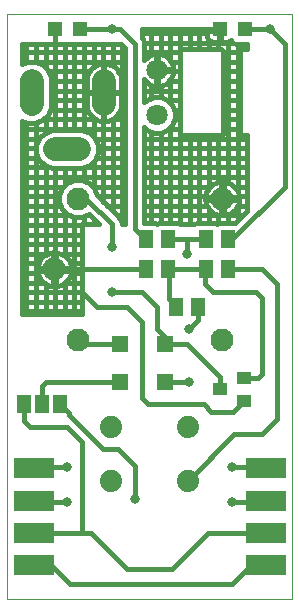
<source format=gbl>
G75*
G70*
%OFA0B0*%
%FSLAX24Y24*%
%IPPOS*%
%LPD*%
%AMOC8*
5,1,8,0,0,1.08239X$1,22.5*
%
%ADD10C,0.0000*%
%ADD11R,0.1378X0.0669*%
%ADD12C,0.0787*%
%ADD13C,0.0768*%
%ADD14C,0.0712*%
%ADD15R,0.0512X0.0630*%
%ADD16R,0.0551X0.0551*%
%ADD17R,0.0460X0.0630*%
%ADD18C,0.0740*%
%ADD19R,0.0450X0.0400*%
%ADD20R,0.0472X0.0472*%
%ADD21C,0.0160*%
%ADD22C,0.0320*%
%ADD23C,0.0317*%
%ADD24C,0.0100*%
D10*
X004680Y004050D02*
X014180Y004050D01*
X014180Y023550D01*
X004680Y023550D01*
X004680Y004050D01*
D11*
X005560Y005180D03*
X005560Y006260D03*
X005560Y007340D03*
X005560Y008420D03*
X013300Y008420D03*
X013300Y007340D03*
X013300Y006260D03*
X013300Y005180D03*
D12*
X007074Y019060D02*
X006286Y019060D01*
X005499Y020556D02*
X005499Y021344D01*
X007900Y021344D02*
X007900Y020556D01*
D13*
X007042Y017412D03*
X006255Y015050D03*
X007042Y012688D03*
X011845Y012688D03*
X011845Y017412D03*
D14*
X009680Y020200D03*
X009680Y021700D03*
D15*
X009306Y016050D03*
X010054Y016050D03*
X010054Y015050D03*
X009306Y015050D03*
X010306Y013800D03*
X011054Y013800D03*
X011306Y015050D03*
X012054Y015050D03*
X012054Y016050D03*
X011306Y016050D03*
D16*
X009928Y012550D03*
X009928Y011300D03*
X008432Y011300D03*
X008432Y012550D03*
D17*
X006430Y010550D03*
X005830Y010550D03*
X005230Y010550D03*
D18*
X008150Y009790D03*
X008150Y008010D03*
X010710Y008010D03*
X010710Y009790D03*
D19*
X011780Y011050D03*
X012580Y010676D03*
X012580Y011424D03*
D20*
X012593Y023050D03*
X011767Y023050D03*
X007093Y023050D03*
X006267Y023050D03*
D21*
X006267Y022450D01*
X006280Y022550D02*
X006280Y019694D01*
X006160Y019694D02*
X005927Y019597D01*
X005749Y019419D01*
X005653Y019186D01*
X005653Y018934D01*
X005749Y018701D01*
X005927Y018523D01*
X006160Y018427D01*
X007200Y018427D01*
X007433Y018523D01*
X007611Y018701D01*
X007707Y018934D01*
X007707Y019186D01*
X007611Y019419D01*
X007433Y019597D01*
X007200Y019694D01*
X006160Y019694D01*
X005960Y019611D02*
X005960Y020121D01*
X005889Y020050D02*
X007630Y020050D01*
X007600Y020066D02*
X007680Y020025D01*
X007766Y019997D01*
X007855Y019983D01*
X007882Y019983D01*
X007882Y020932D01*
X007327Y020932D01*
X007327Y020511D01*
X007341Y020422D01*
X007369Y020336D01*
X007410Y020256D01*
X007463Y020183D01*
X007527Y020119D01*
X007600Y020066D01*
X007560Y020095D02*
X007560Y019470D01*
X007615Y019410D02*
X008610Y019410D01*
X008610Y019730D02*
X005180Y019730D01*
X005320Y019944D02*
X005320Y013550D01*
X005180Y013550D02*
X005180Y020002D01*
X005373Y019923D01*
X005625Y019923D01*
X005858Y020019D01*
X006036Y020197D01*
X006133Y020430D01*
X006133Y021470D01*
X006036Y021703D01*
X005858Y021881D01*
X005625Y021977D01*
X005373Y021977D01*
X005180Y021898D01*
X005180Y022550D01*
X008477Y022550D01*
X008610Y022417D01*
X008610Y016550D01*
X008500Y016550D01*
X008500Y016614D01*
X008451Y016731D01*
X008361Y016821D01*
X007666Y017516D01*
X007666Y017536D01*
X007571Y017766D01*
X007396Y017941D01*
X007166Y018036D01*
X006918Y018036D01*
X006689Y017941D01*
X006513Y017766D01*
X006418Y017536D01*
X006418Y017288D01*
X006513Y017059D01*
X006689Y016883D01*
X006918Y016788D01*
X007166Y016788D01*
X007395Y016883D01*
X007727Y016550D01*
X007180Y016550D01*
X007180Y013550D01*
X005180Y013550D01*
X005180Y013650D02*
X007180Y013650D01*
X006920Y013550D02*
X006920Y016788D01*
X006769Y016850D02*
X005180Y016850D01*
X005180Y017170D02*
X006467Y017170D01*
X006600Y016972D02*
X006600Y015496D01*
X006622Y015480D02*
X006550Y015532D01*
X006471Y015573D01*
X006387Y015600D01*
X006303Y015613D01*
X006303Y015098D01*
X006818Y015098D01*
X006805Y015182D01*
X006777Y015266D01*
X006737Y015346D01*
X006685Y015417D01*
X006622Y015480D01*
X006476Y015570D02*
X007180Y015570D01*
X007180Y015250D02*
X006783Y015250D01*
X006600Y015098D02*
X006600Y015002D01*
X006818Y015002D02*
X006303Y015002D01*
X006303Y015098D01*
X006207Y015098D01*
X006207Y015613D01*
X006123Y015600D01*
X006038Y015573D01*
X005959Y015532D01*
X005887Y015480D01*
X005825Y015417D01*
X005773Y015346D01*
X005732Y015266D01*
X005705Y015182D01*
X005692Y015098D01*
X006207Y015098D01*
X006207Y015002D01*
X006303Y015002D01*
X006303Y014487D01*
X006387Y014500D01*
X006471Y014527D01*
X006550Y014568D01*
X006622Y014620D01*
X006685Y014683D01*
X006737Y014754D01*
X006777Y014834D01*
X006805Y014918D01*
X006818Y015002D01*
X006807Y014930D02*
X007180Y014930D01*
X007180Y014610D02*
X006608Y014610D01*
X006600Y014604D02*
X006600Y013550D01*
X006280Y013550D02*
X006280Y015002D01*
X006255Y015050D02*
X009306Y015050D01*
X009180Y014300D02*
X009680Y013800D01*
X009680Y013050D01*
X009930Y012800D01*
X009930Y012552D01*
X009928Y012550D01*
X010680Y012550D01*
X011780Y011450D01*
X011780Y011050D01*
X011230Y010550D02*
X011480Y010300D01*
X012204Y010300D01*
X012580Y010676D01*
X012580Y011424D02*
X013054Y011424D01*
X013180Y011550D01*
X013180Y014100D01*
X012980Y014300D01*
X011530Y014300D01*
X011280Y014550D01*
X011280Y015024D01*
X011306Y015050D01*
X010080Y015050D01*
X010054Y015050D01*
X010080Y015050D02*
X010080Y014050D01*
X010306Y013800D01*
X011030Y013350D02*
X010730Y013050D01*
X011030Y013350D02*
X011030Y013776D01*
X011054Y013800D01*
X012054Y015050D02*
X013180Y015050D01*
X013680Y014550D01*
X013680Y010050D01*
X013180Y009550D01*
X012250Y009550D01*
X010710Y008010D01*
X011380Y006250D02*
X012780Y006250D01*
X012830Y007300D02*
X012180Y007300D01*
X011380Y006250D02*
X010180Y005050D01*
X008680Y005050D01*
X007680Y006050D01*
X007470Y006260D01*
X007180Y006260D01*
X007180Y009300D01*
X006680Y009800D01*
X005430Y009800D01*
X005230Y010000D01*
X005230Y010550D01*
X005830Y010550D02*
X005830Y011150D01*
X005980Y011300D01*
X008432Y011300D01*
X009180Y010750D02*
X009380Y010550D01*
X011230Y010550D01*
X010730Y011300D02*
X009928Y011300D01*
X009180Y010750D02*
X009180Y013300D01*
X008680Y013800D01*
X007680Y013800D01*
X007180Y014300D01*
X007180Y014290D02*
X005180Y014290D01*
X005180Y013970D02*
X007180Y013970D01*
X008180Y014300D02*
X009180Y014300D01*
X008180Y015800D02*
X008180Y016550D01*
X007318Y017412D01*
X007042Y017412D01*
X006600Y017852D02*
X006600Y018427D01*
X006920Y018427D02*
X006920Y018036D01*
X007240Y018006D02*
X007240Y018443D01*
X007256Y018450D02*
X008610Y018450D01*
X008610Y018770D02*
X007639Y018770D01*
X007560Y018650D02*
X007560Y017777D01*
X007527Y017810D02*
X008610Y017810D01*
X008610Y018130D02*
X005180Y018130D01*
X005180Y017810D02*
X006558Y017810D01*
X006418Y017490D02*
X005180Y017490D01*
X005180Y016530D02*
X007180Y016530D01*
X007240Y016550D02*
X007240Y016819D01*
X007315Y016850D02*
X007427Y016850D01*
X007560Y016717D02*
X007560Y016550D01*
X007180Y016210D02*
X005180Y016210D01*
X005180Y015890D02*
X007180Y015890D01*
X006303Y015570D02*
X006207Y015570D01*
X006033Y015570D02*
X005180Y015570D01*
X005180Y015250D02*
X005727Y015250D01*
X005692Y015002D02*
X005705Y014918D01*
X005732Y014834D01*
X005773Y014754D01*
X005825Y014683D01*
X005887Y014620D01*
X005959Y014568D01*
X006038Y014527D01*
X006123Y014500D01*
X006207Y014487D01*
X006207Y015002D01*
X005692Y015002D01*
X005703Y014930D02*
X005180Y014930D01*
X005180Y014610D02*
X005901Y014610D01*
X005960Y014567D02*
X005960Y013550D01*
X005640Y013550D02*
X005640Y019929D01*
X005745Y019410D02*
X005180Y019410D01*
X005180Y019090D02*
X005653Y019090D01*
X005721Y018770D02*
X005180Y018770D01*
X005180Y018450D02*
X006104Y018450D01*
X005960Y018509D02*
X005960Y015533D01*
X006207Y015250D02*
X006303Y015250D01*
X006280Y015098D02*
X006280Y018427D01*
X006600Y019694D02*
X006600Y022550D01*
X006920Y022550D02*
X006920Y019694D01*
X007240Y019677D02*
X007240Y022550D01*
X007560Y022550D02*
X007560Y021805D01*
X007527Y021781D02*
X007463Y021717D01*
X007410Y021644D01*
X007369Y021564D01*
X007341Y021478D01*
X007327Y021389D01*
X007327Y020968D01*
X007882Y020968D01*
X007882Y020932D01*
X007919Y020932D01*
X007919Y020968D01*
X008474Y020968D01*
X008474Y021389D01*
X008460Y021478D01*
X008432Y021564D01*
X008391Y021644D01*
X008338Y021717D01*
X008274Y021781D01*
X008201Y021834D01*
X008121Y021875D01*
X008035Y021903D01*
X007946Y021917D01*
X007919Y021917D01*
X007919Y020968D01*
X007882Y020968D01*
X007882Y021917D01*
X007855Y021917D01*
X007766Y021903D01*
X007680Y021875D01*
X007600Y021834D01*
X007527Y021781D01*
X007414Y021650D02*
X006058Y021650D01*
X005960Y021779D02*
X005960Y022550D01*
X005640Y022550D02*
X005640Y021971D01*
X005643Y021970D02*
X008610Y021970D01*
X008610Y021650D02*
X008387Y021650D01*
X008200Y021835D02*
X008200Y022550D01*
X007880Y022550D02*
X007880Y021917D01*
X007882Y021650D02*
X007919Y021650D01*
X007919Y021330D02*
X007882Y021330D01*
X007882Y021010D02*
X007919Y021010D01*
X007880Y020968D02*
X007880Y020932D01*
X007919Y020932D02*
X007919Y019983D01*
X007946Y019983D01*
X008035Y019997D01*
X008121Y020025D01*
X008201Y020066D01*
X008274Y020119D01*
X008338Y020183D01*
X008391Y020256D01*
X008432Y020336D01*
X008460Y020422D01*
X008474Y020511D01*
X008474Y020932D01*
X007919Y020932D01*
X007919Y020690D02*
X007882Y020690D01*
X007882Y020370D02*
X007919Y020370D01*
X007919Y020050D02*
X007882Y020050D01*
X007880Y019983D02*
X007880Y017303D01*
X008013Y017170D02*
X008610Y017170D01*
X008610Y016850D02*
X008333Y016850D01*
X008200Y016983D02*
X008200Y020065D01*
X008170Y020050D02*
X008610Y020050D01*
X008610Y020370D02*
X008443Y020370D01*
X008474Y020690D02*
X008610Y020690D01*
X008610Y021010D02*
X008474Y021010D01*
X008200Y020968D02*
X008200Y020932D01*
X008474Y021330D02*
X008610Y021330D01*
X009250Y021330D02*
X009292Y021330D01*
X009271Y021351D02*
X009331Y021291D01*
X009399Y021241D01*
X009474Y021203D01*
X009554Y021177D01*
X009638Y021164D01*
X009642Y021164D01*
X009642Y021662D01*
X009718Y021662D01*
X009718Y021738D01*
X009642Y021738D01*
X009642Y022236D01*
X009638Y022236D01*
X009554Y022223D01*
X009474Y022197D01*
X009399Y022159D01*
X009331Y022109D01*
X009271Y022049D01*
X009250Y022020D01*
X009250Y022614D01*
X009201Y022731D01*
X009180Y022753D01*
X009180Y023050D01*
X011728Y023050D01*
X011728Y023012D01*
X011350Y023012D01*
X011350Y022790D01*
X011363Y022744D01*
X011386Y022703D01*
X011420Y022670D01*
X011461Y022646D01*
X011507Y022634D01*
X011729Y022634D01*
X011729Y023012D01*
X011805Y023012D01*
X011805Y022634D01*
X012027Y022634D01*
X012072Y022646D01*
X012113Y022670D01*
X012144Y022701D01*
X012154Y022678D01*
X012221Y022610D01*
X012309Y022574D01*
X012680Y022574D01*
X012680Y022380D01*
X012497Y022380D01*
X012450Y022333D01*
X012450Y019567D01*
X012497Y019520D01*
X012680Y019520D01*
X012680Y017003D01*
X012282Y016605D01*
X011750Y016605D01*
X011680Y016576D01*
X011610Y016605D01*
X011002Y016605D01*
X010914Y016568D01*
X010896Y016550D01*
X010464Y016550D01*
X010446Y016568D01*
X010358Y016605D01*
X009750Y016605D01*
X009680Y016576D01*
X009610Y016605D01*
X009250Y016605D01*
X009250Y019787D01*
X009342Y019695D01*
X009561Y019604D01*
X009799Y019604D01*
X010018Y019695D01*
X010185Y019862D01*
X010276Y020081D01*
X010276Y020319D01*
X010185Y020538D01*
X010018Y020705D01*
X009799Y020796D01*
X009561Y020796D01*
X009342Y020705D01*
X009250Y020613D01*
X009250Y021380D01*
X009271Y021351D01*
X009480Y021201D02*
X009480Y020763D01*
X009327Y020690D02*
X009250Y020690D01*
X009250Y021010D02*
X010450Y021010D01*
X010450Y020690D02*
X010033Y020690D01*
X010120Y020603D02*
X010120Y021393D01*
X010139Y021419D02*
X010177Y021494D01*
X010203Y021574D01*
X010216Y021658D01*
X010216Y021662D01*
X009718Y021662D01*
X009718Y021164D01*
X009722Y021164D01*
X009806Y021177D01*
X009886Y021203D01*
X009961Y021241D01*
X010029Y021291D01*
X010089Y021351D01*
X010139Y021419D01*
X010068Y021330D02*
X010450Y021330D01*
X010450Y021650D02*
X010215Y021650D01*
X010216Y021738D02*
X010216Y021742D01*
X010203Y021826D01*
X010177Y021906D01*
X010139Y021981D01*
X010089Y022049D01*
X010029Y022109D01*
X009961Y022159D01*
X009886Y022197D01*
X009806Y022223D01*
X009722Y022236D01*
X009718Y022236D01*
X009718Y021738D01*
X010216Y021738D01*
X010120Y021738D02*
X010120Y021662D01*
X010144Y021970D02*
X010450Y021970D01*
X010450Y022290D02*
X009250Y022290D01*
X009480Y022199D02*
X009480Y023050D01*
X009180Y022930D02*
X011350Y022930D01*
X011400Y023012D02*
X011400Y023050D01*
X011720Y023050D02*
X011720Y023012D01*
X011729Y022930D02*
X011805Y022930D01*
X011720Y022634D02*
X011720Y022380D01*
X011813Y022380D02*
X010497Y022380D01*
X010450Y022333D01*
X010450Y019567D01*
X010497Y019520D01*
X011813Y019520D01*
X011860Y019567D01*
X011860Y022333D01*
X011813Y022380D01*
X011860Y022290D02*
X012450Y022290D01*
X012360Y022574D02*
X012360Y017644D01*
X012368Y017629D02*
X012328Y017708D01*
X012275Y017780D01*
X012213Y017842D01*
X012141Y017894D01*
X012062Y017935D01*
X011977Y017962D01*
X011893Y017975D01*
X011893Y017460D01*
X011797Y017460D01*
X011797Y017364D01*
X011282Y017364D01*
X011295Y017280D01*
X011323Y017196D01*
X011363Y017117D01*
X011415Y017045D01*
X011478Y016982D01*
X011550Y016930D01*
X011629Y016890D01*
X011713Y016862D01*
X011797Y016849D01*
X011797Y017364D01*
X011893Y017364D01*
X011893Y016849D01*
X011977Y016862D01*
X012062Y016890D01*
X012141Y016930D01*
X012213Y016982D01*
X012275Y017045D01*
X012328Y017117D01*
X012368Y017196D01*
X012395Y017280D01*
X012409Y017364D01*
X011893Y017364D01*
X011893Y017460D01*
X012409Y017460D01*
X012395Y017544D01*
X012368Y017629D01*
X012404Y017490D02*
X012680Y017490D01*
X012680Y017170D02*
X012355Y017170D01*
X012360Y017180D02*
X012360Y016683D01*
X012527Y016850D02*
X011900Y016850D01*
X011893Y016850D02*
X011797Y016850D01*
X011791Y016850D02*
X009250Y016850D01*
X009250Y017170D02*
X011336Y017170D01*
X011400Y017066D02*
X011400Y016605D01*
X011720Y016592D02*
X011720Y016861D01*
X011797Y017170D02*
X011893Y017170D01*
X012040Y017364D02*
X012040Y017460D01*
X011893Y017490D02*
X011797Y017490D01*
X011797Y017460D02*
X011797Y017975D01*
X011713Y017962D01*
X011629Y017935D01*
X011550Y017894D01*
X011478Y017842D01*
X011415Y017780D01*
X011363Y017708D01*
X011323Y017629D01*
X011295Y017544D01*
X011282Y017460D01*
X011797Y017460D01*
X011720Y017460D02*
X011720Y017364D01*
X011400Y017364D02*
X011400Y017460D01*
X011287Y017490D02*
X009250Y017490D01*
X009250Y017810D02*
X011446Y017810D01*
X011400Y017759D02*
X011400Y019520D01*
X011720Y019520D02*
X011720Y017963D01*
X011797Y017810D02*
X011893Y017810D01*
X012040Y017942D02*
X012040Y022637D01*
X012222Y022610D02*
X009250Y022610D01*
X008930Y022550D02*
X008930Y016400D01*
X009280Y016050D01*
X009480Y016605D02*
X009480Y019637D01*
X009307Y019730D02*
X009250Y019730D01*
X009250Y019410D02*
X012680Y019410D01*
X012450Y019730D02*
X011860Y019730D01*
X011860Y020050D02*
X012450Y020050D01*
X012450Y020370D02*
X011860Y020370D01*
X011860Y020690D02*
X012450Y020690D01*
X012450Y021010D02*
X011860Y021010D01*
X011860Y021330D02*
X012450Y021330D01*
X012450Y021650D02*
X011860Y021650D01*
X011860Y021970D02*
X012450Y021970D01*
X012593Y023050D02*
X013430Y023050D01*
X013930Y022550D01*
X013930Y017800D01*
X012180Y016050D01*
X012080Y016050D01*
X012040Y016605D02*
X012040Y016883D01*
X012360Y017364D02*
X012360Y017460D01*
X012245Y017810D02*
X012680Y017810D01*
X012680Y018130D02*
X009250Y018130D01*
X009250Y018450D02*
X012680Y018450D01*
X012680Y018770D02*
X009250Y018770D01*
X009250Y019090D02*
X012680Y019090D01*
X011080Y019520D02*
X011080Y016605D01*
X010760Y016550D02*
X010760Y019520D01*
X010450Y019730D02*
X010053Y019730D01*
X010120Y019797D02*
X010120Y016605D01*
X010440Y016571D02*
X010440Y023050D01*
X010120Y023050D02*
X010120Y022007D01*
X009800Y022224D02*
X009800Y023050D01*
X010760Y023050D02*
X010760Y022380D01*
X011080Y022380D02*
X011080Y023050D01*
X011400Y022690D02*
X011400Y022380D01*
X010450Y020370D02*
X010255Y020370D01*
X010263Y020050D02*
X010450Y020050D01*
X009800Y019604D02*
X009800Y016605D01*
X010054Y016050D02*
X010680Y016050D01*
X010680Y015550D01*
X010680Y016050D02*
X011306Y016050D01*
X008610Y017490D02*
X007693Y017490D01*
X008520Y016550D02*
X008520Y022507D01*
X008610Y022290D02*
X005180Y022290D01*
X005320Y022550D02*
X005320Y021956D01*
X005355Y021970D02*
X005180Y021970D01*
X006133Y021330D02*
X007327Y021330D01*
X007327Y021010D02*
X006133Y021010D01*
X006133Y020690D02*
X007327Y020690D01*
X007358Y020370D02*
X006108Y020370D01*
X007560Y020932D02*
X007560Y020968D01*
X008930Y022550D02*
X008430Y023050D01*
X008180Y023050D01*
X007093Y023050D01*
X009642Y021970D02*
X009718Y021970D01*
X009800Y021738D02*
X009800Y021662D01*
X009718Y021650D02*
X009642Y021650D01*
X009642Y021330D02*
X009718Y021330D01*
X009800Y021176D02*
X009800Y020796D01*
X008610Y019090D02*
X007707Y019090D01*
X005960Y015098D02*
X005960Y015002D01*
X006207Y014930D02*
X006303Y014930D01*
X006303Y014610D02*
X006207Y014610D01*
X007042Y012688D02*
X007180Y012550D01*
X008432Y012550D01*
X006430Y010550D02*
X006730Y010250D01*
X006730Y010200D01*
X007880Y009050D01*
X008380Y009050D01*
X008930Y008500D01*
X008930Y007400D01*
X007180Y006260D02*
X005560Y006260D01*
X005560Y007340D02*
X006070Y007300D01*
X006680Y007300D01*
X006680Y008450D02*
X006080Y008450D01*
X006080Y005250D02*
X006780Y004550D01*
X012170Y004550D01*
X012670Y005050D01*
X012680Y005050D01*
X012810Y005180D01*
X013300Y005180D01*
X012780Y008450D02*
X012180Y008450D01*
D22*
X010054Y016050D02*
X009980Y016150D01*
D23*
X010680Y015550D03*
X010730Y013050D03*
X010730Y011300D03*
X012180Y008450D03*
X012180Y007300D03*
X008930Y007400D03*
X006680Y007300D03*
X006680Y008450D03*
X008180Y014300D03*
X008180Y015800D03*
X008180Y023050D03*
X013430Y023050D03*
D24*
X012780Y008450D02*
X013300Y008420D01*
X006080Y008450D02*
X005560Y008420D01*
X006080Y005250D02*
X005560Y005180D01*
M02*

</source>
